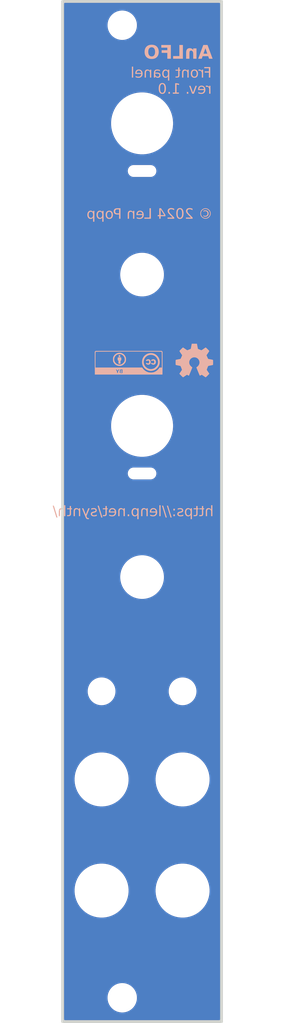
<source format=kicad_pcb>
(kicad_pcb (version 20240108) (generator "pcbnew") (generator_version "8.0")
  (title_block (title "Eurorack Panel - Dual LFO") (date "2024-05-05") (rev "1.0") (company "Len Popp") (comment 1 "https://lenp.net/synth/") (comment 2 "Copyright © 2024 Len Popp CC BY"))
  (layers (0 "F.Cu" signal) (31 "B.Cu" signal) (34 "B.Paste" user) (35 "F.Paste" user) (36 "B.SilkS" user "B.Silkscreen") (37 "F.SilkS" user "F.Silkscreen") (38 "B.Mask" user) (39 "F.Mask" user) (44 "Edge.Cuts" user))
  (property "MODULE" "AnLFO")
  (net 0 "")
  (footprint "-lmp-holes:MountingHole_Pot_Alpha" (layer "F.Cu") (at 130 65.36)
    (property "Reference" "REF**" (hide yes))
    (property "Value" "MountingHole_Pot_Alpha")
    (pad "" np_thru_hole circle (at 0 0) (size 7.3 7.3) (drill 7.3) (layers "*.Cu" "*.Mask"))
    (pad "" np_thru_hole oval (at 0 6) (size 3.1 1) (drill oval 3.1 1) (layers "F&B.Cu" "*.Mask"))
  )
  (footprint "-lmp-holes:MountingHole_Panel_3.2mm_M3" (layer "F.Cu") (at 127.5 53)
    (property "Reference" "REF**" (hide yes))
    (property "Value" "MountingHole_Panel_3.2mm_M3")
    (pad "" np_thru_hole circle (at 0 0) (size 3.2 3.2) (drill 3.2) (layers "*.Cu" "*.Mask"))
  )
  (footprint "-lmp-holes:MountingHole_Panel_3.2mm_M3" (layer "F.Cu") (at 127.5 175.5)
    (property "Reference" "REF**" (hide yes))
    (property "Value" "MountingHole_Panel_3.2mm_M3")
    (pad "" np_thru_hole circle (at 0 0) (size 3.2 3.2) (drill 3.2) (layers "*.Cu" "*.Mask"))
  )
  (footprint "-lmp-holes:MountingHole_Jack_3.5mm_PJ398" (layer "F.Cu") (at 124.9 148)
    (property "Reference" "REF**" (hide yes))
    (property "Value" "MountingHole_Jack_3.5mm_PJ398")
    (pad "" np_thru_hole circle (at 0 0) (size 6.3 6.3) (drill 6.3) (layers "*.Cu" "*.Mask"))
  )
  (footprint "-lmp-holes:MountingHole_Jack_3.5mm_PJ398" (layer "F.Cu") (at 135.1 148)
    (property "Reference" "REF**" (hide yes))
    (property "Value" "MountingHole_Jack_3.5mm_PJ398")
    (pad "" np_thru_hole circle (at 0 0) (size 6.3 6.3) (drill 6.3) (layers "*.Cu" "*.Mask"))
  )
  (footprint "-lmp-holes:MountingHole_Jack_3.5mm_PJ398" (layer "F.Cu") (at 135.1 162)
    (property "Reference" "REF**" (hide yes))
    (property "Value" "MountingHole_Jack_3.5mm_PJ398")
    (pad "" np_thru_hole circle (at 0 0) (size 6.3 6.3) (drill 6.3) (layers "*.Cu" "*.Mask"))
  )
  (footprint "-lmp-holes:MountingHole_SW_Toggle_5mm" (layer "F.Cu") (at 130 84.41)
    (property "Reference" "REF**" (hide yes))
    (property "Value" "MountingHole_SW_Toggle_5mm")
    (pad "" np_thru_hole circle (at 0 0) (size 5 5) (drill 5) (layers "*.Cu" "*.Mask"))
  )
  (footprint "-lmp-holes:MountingHole_LED_3mm" (layer "F.Cu") (at 135.1 136.9)
    (property "Reference" "REF**" (hide yes))
    (property "Value" "MountingHole_LED_3mm")
    (pad "" np_thru_hole circle (at 0 0) (size 3 3) (drill 3) (layers "F&B.Cu" "*.Mask"))
  )
  (footprint "-lmp-holes:MountingHole_Pot_Alpha" (layer "F.Cu") (at 130 103.46)
    (property "Reference" "REF**" (hide yes))
    (property "Value" "MountingHole_Pot_Alpha")
    (pad "" np_thru_hole circle (at 0 0) (size 7.3 7.3) (drill 7.3) (layers "*.Cu" "*.Mask"))
    (pad "" np_thru_hole oval (at 0 6) (size 3.1 1) (drill oval 3.1 1) (layers "F&B.Cu" "*.Mask"))
  )
  (footprint "-lmp-holes:MountingHole_LED_3mm" (layer "F.Cu") (at 124.9 136.9)
    (property "Reference" "REF**" (hide yes))
    (property "Value" "MountingHole_LED_3mm")
    (pad "" np_thru_hole circle (at 0 0) (size 3 3) (drill 3) (layers "F&B.Cu" "*.Mask"))
  )
  (footprint "-lmp-holes:MountingHole_Jack_3.5mm_PJ398" (layer "F.Cu") (at 124.9 162)
    (property "Reference" "REF**" (hide yes))
    (property "Value" "MountingHole_Jack_3.5mm_PJ398")
    (pad "" np_thru_hole circle (at 0 0) (size 6.3 6.3) (drill 6.3) (layers "*.Cu" "*.Mask"))
  )
  (footprint "-lmp-holes:MountingHole_SW_Toggle_5mm" (layer "F.Cu") (at 130 122.51)
    (property "Reference" "REF**" (hide yes))
    (property "Value" "MountingHole_SW_Toggle_5mm")
    (pad "" np_thru_hole circle (at 0 0) (size 5 5) (drill 5) (layers "*.Cu" "*.Mask"))
  )
  (footprint "-lmp-misc:Logo_OSHW" (layer "B.Cu") (at 136.574325 95.25 180)
    (property "Reference" "G3" (hide yes))
    (property "Value" "LOGO" (hide yes))
    (fp_poly (pts (xy 0.332309 2.043907) (xy 0.341381 1.998069) (xy 0.354628 1.929173) (xy 0.370495 1.845389) (xy 0.38743 1.75489) (xy 0.393386 1.722796) (xy 0.437401 1.485029) (xy 0.657063 1.393795) (xy 0.74497 1.357921) (xy 0.808749 1.333741) (xy 0.853195 1.319859) (xy 0.883107 1.31488) (xy 0.903282 1.317408) (xy 0.9098 1.320262) (xy 0.933551 1.334917) (xy 0.978298 1.364246) (xy 1.038939 1.404842) (xy 1.110374 1.453296) (xy 1.165969 1.491371) (xy 1.240949 1.542833) (xy 1.307718 1.588474) (xy 1.361493 1.625041) (xy 1.397494 1.649281) (xy 1.409956 1.657414) (xy 1.427811 1.652955) (xy 1.463227 1.627667) (xy 1.517172 1.58073) (xy 1.590613 1.511323) (xy 1.644039 1.458948) (xy 1.711608 1.391108) (xy 1.771268 1.329438) (xy 1.819306 1.277919) (xy 1.852008 1.240535) (xy 1.865664 1.221267) (xy 1.865677 1.221226) (xy 1.859691 1.197676) (xy 1.835212 1.150604) (xy 1.793183 1.081596) (xy 1.734543 0.992239) (xy 1.697471 0.937781) (xy 1.520815 0.68096) (xy 1.619383 0.452127) (xy 1.659348 0.362713) (xy 1.694168 0.291444) (xy 1.72197 0.241872) (xy 1.740879 0.217552) (xy 1.744007 0.215831) (xy 1.767564 0.210654) (xy 1.816769 0.200917) (xy 1.886021 0.187693) (xy 1.969721 0.172052) (xy 2.047875 0.157689) (xy 2.138232 0.140363) (xy 2.217638 0.123538) (xy 2.280838 0.108457) (xy 2.322577 0.096363) (xy 2.33735 0.089224) (xy 2.341052 0.068346) (xy 2.344296 0.021045) (xy 2.34688 -0.047351) (xy 2.348601 -0.131515) (xy 2.349256 -0.224274) (xy 2.34874 -0.336892) (xy 2.346841 -0.421041) (xy 2.343351 -0.479979) (xy 2.33806 -0.516966) (xy 2.330759 -0.535262) (xy 2.329202 -0.536832) (xy 2.307564 -0.54503) (xy 2.260103 -0.557343) (xy 2.192292 -0.572534) (xy 2.109605 -0.589367) (xy 2.031546 -0.604073) (xy 1.940736 -0.621377) (xy 1.860376 -0.638211) (xy 1.795872 -0.653319) (xy 1.752632 -0.665446) (xy 1.736595 -0.672515) (xy 1.722252 -0.695942) (xy 1.700812 -0.741547) (xy 1.674629 -0.803127) (xy 1.646056 -0.87448) (xy 1.617445 -0.949405) (xy 1.591149 -1.021699) (xy 1.569521 -1.085159) (xy 1.554912 -1.133585) (xy 1.549677 -1.160773) (xy 1.550241 -1.163788) (xy 1.562554 -1.182573) (xy 1.589739 -1.222789) (xy 1.628605 -1.279753) (xy 1.675959 -1.348785) (xy 1.717281 -1.408788) (xy 1.768237 -1.483332) (xy 1.812217 -1.548959) (xy 1.846284 -1.601179) (xy 1.867501 -1.635506) (xy 1.873249 -1.647126) (xy 1.862515 -1.661602) (xy 1.832595 -1.694758) (xy 1.786914 -1.742986) (xy 1.728898 -1.802678) (xy 1.661972 -1.870225) (xy 1.652489 -1.879701) (xy 1.570583 -1.960422) (xy 1.507752 -2.019804) (xy 1.461587 -2.059887) (xy 1.429677 -2.082708) (xy 1.409614 -2.090306) (xy 1.404428 -2.089563) (xy 1.382638 -2.077373) (xy 1.339761 -2.050325) (xy 1.280786 -2.011678) (xy 1.210703 -1.964685) (xy 1.15767 -1.928544) (xy 1.084231 -1.878624) (xy 1.019809 -1.835701) (xy 0.968968 -1.802746) (xy 0.936274 -1.782731) (xy 0.926456 -1.778) (xy 0.907758 -1.784814) (xy 0.868466 -1.802925) (xy 0.816075 -1.82883) (xy 0.799669 -1.837215) (xy 0.745513 -1.863547) (xy 0.702661 -1.881495) (xy 0.678317 -1.888138) (xy 0.675671 -1.887463) (xy 0.666195 -1.869527) (xy 0.646683 -1.826283) (xy 0.61885 -1.761921) (xy 0.584411 -1.680627) (xy 0.545081 -1.586591) (xy 0.502576 -1.484001) (xy 0.458609 -1.377043) (xy 0.414897 -1.269908) (xy 0.373154 -1.166782) (xy 0.335095 -1.071855) (xy 0.302436 -0.989313) (xy 0.276891 -0.923346) (xy 0.260175 -0.878141) (xy 0.254004 -0.857887) (xy 0.254 -0.857727) (xy 0.267057 -0.831175) (xy 0.291181 -0.813655) (xy 0.320082 -0.795098) (xy 0.363545 -0.760996) (xy 0.413339 -0.717903) (xy 0.425838 -0.706469) (xy 0.521321 -0.598253) (xy 0.589436 -0.478327) (xy 0.630082 -0.350658) (xy 0.64316 -0.219214) (xy 0.628567 -0.087962) (xy 0.586205 0.039131) (xy 0.515973 0.158097) (xy 0.449685 0.234902) (xy 0.34119 0.322392) (xy 0.220313 0.382989) (xy 0.091552 0.416695) (xy -0.040598 0.423509) (xy -0.171639 0.403432) (xy -0.297073 0.356462) (xy -0.412405 0.282601) (xy -0.465561 0.234902) (xy -0.555494 0.124047) (xy -0.617486 0.002268) (xy -0.651637 -0.126466) (xy -0.658048 -0.258188) (xy -0.636819 -0.38893) (xy -0.588051 -0.514725) (xy -0.511844 -0.631606) (xy -0.441714 -0.706469) (xy -0.391624 -0.750788) (xy -0.345801 -0.787757) (xy -0.31248 -0.810824) (xy -0.307057 -0.813655) (xy -0.278822 -0.836047) (xy -0.269875 -0.857727) (xy -0.275742 -0.877259) (xy -0.292199 -0.921853) (xy -0.317531 -0.987321) (xy -0.350023 -1.069475) (xy -0.38796 -1.164127) (xy -0.429627 -1.267088) (xy -0.473309 -1.374171) (xy -0.517291 -1.481187) (xy -0.559858 -1.583949) (xy -0.599294 -1.678267) (xy -0.633886 -1.759955) (xy -0.661917 -1.824823) (xy -0.681673 -1.868683) (xy -0.691439 -1.887349) (xy -0.691547 -1.887463) (xy -0.708781 -1.884865) (xy -0.74673 -1.87007) (xy -0.79819 -1.845995) (xy -0.815545 -1.837215) (xy -0.87027 -1.809724) (xy -0.914006 -1.789018) (xy -0.939274 -1.778598) (xy -0.942068 -1.778) (xy -0.958281 -1.786545) (xy -0.99619 -1.81026) (xy -1.051371 -1.846265) (xy -1.119398 -1.891677) (xy -1.185816 -1.93675) (xy -1.261905 -1.988112) (xy -1.329536 -2.03255) (xy -1.38415 -2.067164) (xy -1.42119 -2.089057) (xy -1.43553 -2.0955) (xy -1.45167 -2.084739) (xy -1.486309 -2.054764) (xy -1.535721 -2.00903) (xy -1.59618 -1.950995) (xy -1.663958 -1.884116) (xy -1.671057 -1.877013) (xy -1.738416 -1.808944) (xy -1.797325 -1.748305) (xy -1.844348 -1.698724) (xy -1.87605 -1.66383) (xy -1.888994 -1.647251) (xy -1.889125 -1.646708) (xy -1.880529 -1.630386) (xy -1.856698 -1.592506) (xy -1.820567 -1.537547) (xy -1.775072 -1.469987) (xy -1.733157 -1.408788) (xy -1.681353 -1.333531) (xy -1.635515 -1.266643) (xy -1.598836 -1.212805) (xy -1.574507 -1.176699) (xy -1.566117 -1.163788) (xy -1.568212 -1.143868) (xy -1.580361 -1.100924) (xy -1.600208 -1.04116) (xy -1.625402 -0.970779) (xy -1.653588 -0.895982) (xy -1.682414 -0.822973) (xy -1.709526 -0.757956) (xy -1.732571 -0.707131) (xy -1.749196 -0.676703) (xy -1.752471 -0.672589) (xy -1.773188 -0.664012) (xy -1.819798 -0.651325) (xy -1.886901 -0.635788) (xy -1.969098 -0.618661) (xy -2.047875 -0.603599) (xy -2.138935 -0.586192) (xy -2.219747 -0.56945) (xy -2.28486 -0.554608) (xy -2.328819 -0.542897) (xy -2.345532 -0.536285) (xy -2.353122 -0.52039) (xy -2.35869 -0.484937) (xy -2.362422 -0.426925) (xy -2.364508 -0.343353) (xy -2.365136 -0.23122) (xy -2.365132 -0.224274) (xy -2.364454 -0.129816) (xy -2.362715 -0.045899) (xy -2.360116 0.022149) (xy -2.356862 0.069001) (xy -2.353226 0.089224) (xy -2.334501 0.097698) (xy -2.28973 0.110242) (xy -2.224168 0.125615) (xy -2.143071 0.142573) (xy -2.06375 0.157689) (xy -1.972185 0.174539) (xy -1.890317 0.189882) (xy -1.823748 0.202646) (xy -1.778075 0.211759) (xy -1.759883 0.215831) (xy -1.743498 0.23326) (xy -1.717751 0.276831) (xy -1.684515 0.342991) (xy -1.645665 0.428188) (xy -1.635259 0.452127) (xy -1.536691 0.68096) (xy -1.713347 0.937781) (xy -1.780321 1.037176) (xy -1.831178 1.117053) (xy -1.864977 1.175825) (xy -1.880778 1.211907) (xy -1.881553 1.221226) (xy -1.867997 1.240398) (xy -1.835375 1.277706) (xy -1.787401 1.329167) (xy -1.727787 1.390799) (xy -1.660247 1.458619) (xy -1.659915 1.458948) (xy -1.573506 1.542945) (xy -1.507347 1.603693) (xy -1.460731 1.641791) (xy -1.432952 1.657841) (xy -1.425832 1.657743) (xy -1.406307 1.644973) (xy -1.365455 1.617396) (xy -1.30806 1.57827) (xy -1.238906 1.530853) (xy -1.182688 1.492145) (xy -1.106717 1.440046) (xy -1.037755 1.393314) (xy -0.980931 1.355382) (xy -0.941376 1.329681) (xy -0.92652 1.320706) (xy -0.909039 1.315224) (xy -0.884577 1.316423) (xy -0.848256 1.32571) (xy -0.7952 1.344489) (xy -0.720531 1.374168) (xy -0.672939 1.393795) (xy -0.453277 1.485029) (xy -0.409262 1.722796) (xy -0.392321 1.813715) (xy -0.375898 1.900809) (xy -0.361547 1.975906) (xy -0.35082 2.030837) (xy -0.348185 2.043907) (xy -0.331124 2.12725) (xy 0.315248 2.12725) (xy 0.332309 2.043907)) (stroke (width 0.01)) (fill solid) (layer "B.SilkS"))
  )
  (footprint "-lmp-misc:Logo_CC_BY" (layer "B.Cu") (at 128.319325 95.504 180)
    (property "Reference" "G1" (hide yes))
    (property "Value" "LOGO" (hide yes))
    (fp_poly (pts (xy 1.198591 0.946718) (xy 1.24453 0.917911) (xy 1.27384 0.871061) (xy 1.277828 0.813909) (xy 1.259491 0.769726) (xy 1.210366 0.728824) (xy 1.146002 0.723246) (xy 1.095375 0.742529) (xy 1.066734 0.780694) (xy 1.059449 0.837345) (xy 1.073909 0.894193) (xy 1.091595 0.919238) (xy 1.144715 0.94974) (xy 1.198591 0.946718)) (stroke (width 0.01)) (fill solid) (layer "B.SilkS"))
    (fp_poly (pts (xy 1.007728 -1.10891) (xy 1.049387 -1.134554) (xy 1.058333 -1.165687) (xy 1.039922 -1.20516) (xy 0.995527 -1.235496) (xy 0.941409 -1.250332) (xy 0.893826 -1.243305) (xy 0.881944 -1.234722) (xy 0.871604 -1.205116) (xy 0.867833 -1.160639) (xy 0.873749 -1.117666) (xy 0.900438 -1.102183) (xy 0.929602 -1.100667) (xy 1.007728 -1.10891)) (stroke (width 0.01)) (fill solid) (layer "B.SilkS"))
    (fp_poly (pts (xy 1.008624 -0.933911) (xy 1.031746 -0.945922) (xy 1.03403 -0.973783) (xy 1.033347 -0.978959) (xy 1.019822 -1.01226) (xy 0.983682 -1.028491) (xy 0.947208 -1.033153) (xy 0.895209 -1.034637) (xy 0.872834 -1.022459) (xy 0.867847 -0.98928) (xy 0.867833 -0.985528) (xy 0.872155 -0.95086) (xy 0.893029 -0.935299) (xy 0.942319 -0.931379) (xy 0.953972 -0.931334) (xy 1.008624 -0.933911)) (stroke (width 0.01)) (fill solid) (layer "B.SilkS"))
    (fp_poly (pts (xy 1.265371 0.674893) (xy 1.332164 0.667029) (xy 1.368521 0.652922) (xy 1.374168 0.64759) (xy 1.387404 0.607674) (xy 1.393405 0.532293) (xy 1.392634 0.451798) (xy 1.388574 0.368274) (xy 1.382243 0.318048) (xy 1.370829 0.292085) (xy 1.351516 0.281354) (xy 1.338791 0.278986) (xy 1.316623 0.273497) (xy 1.302673 0.259195) (xy 1.295045 0.227858) (xy 1.291842 0.171267) (xy 1.291168 0.081201) (xy 1.291166 0.072611) (xy 1.291166 -0.127) (xy 1.037166 -0.127) (xy 1.037166 0.072611) (xy 1.036608 0.165606) (xy 1.033668 0.224491) (xy 1.02645 0.257486) (xy 1.013056 0.272812) (xy 0.991591 0.278688) (xy 0.989541 0.278986) (xy 0.964679 0.286104) (xy 0.949697 0.304969) (xy 0.941426 0.345002) (xy 0.936694 0.415619) (xy 0.935704 0.438879) (xy 0.933742 0.541942) (xy 0.942403 0.610052) (xy 0.96854 0.650424) (xy 1.01901 0.670269) (xy 1.100668 0.676801) (xy 1.162319 0.677333) (xy 1.265371 0.674893)) (stroke (width 0.01)) (fill solid) (layer "B.SilkS"))
    (fp_poly (pts (xy -3.02103 0.424598) (xy -2.91672 0.387702) (xy -2.880305 0.364287) (xy -2.831233 0.316441) (xy -2.82357 0.27634) (xy -2.857298 0.243) (xy -2.878228 0.233015) (xy -2.927801 0.217368) (xy -2.96114 0.224786) (xy -2.981416 0.240625) (xy -3.034554 0.267504) (xy -3.099006 0.273562) (xy -3.155714 0.258594) (xy -3.175583 0.242714) (xy -3.193774 0.202761) (xy -3.208244 0.139832) (xy -3.212007 0.110423) (xy -3.207041 0.017637) (xy -3.176589 -0.051636) (xy -3.126708 -0.092927) (xy -3.063452 -0.101769) (xy -2.992878 -0.073694) (xy -2.977533 -0.062563) (xy -2.937359 -0.035025) (xy -2.905035 -0.032112) (xy -2.858844 -0.052225) (xy -2.856122 -0.053629) (xy -2.789721 -0.087967) (xy -2.839486 -0.141245) (xy -2.933756 -0.213414) (xy -3.043435 -0.250287) (xy -3.158803 -0.250035) (xy -3.254244 -0.219188) (xy -3.333304 -0.158345) (xy -3.387757 -0.072069) (xy -3.416357 0.029772) (xy -3.417861 0.13731) (xy -3.391023 0.240675) (xy -3.334599 0.329998) (xy -3.324795 0.340295) (xy -3.236756 0.400263) (xy -3.131605 0.428574) (xy -3.02103 0.424598)) (stroke (width 0.01)) (fill solid) (layer "B.SilkS"))
    (fp_poly (pts (xy -2.39168 0.425061) (xy -2.365422 0.419864) (xy -2.306453 0.398275) (xy -2.24476 0.363217) (xy -2.192613 0.323291) (xy -2.162283 0.287101) (xy -2.159 0.275127) (xy -2.176157 0.258362) (xy -2.218635 0.2336) (xy -2.231009 0.227502) (xy -2.279889 0.206692) (xy -2.308737 0.20668) (xy -2.334969 0.228531) (xy -2.340123 0.234165) (xy -2.393198 0.266129) (xy -2.45973 0.274255) (xy -2.512218 0.258537) (xy -2.546037 0.216053) (xy -2.568158 0.147925) (xy -2.574311 0.070185) (xy -2.570997 0.037874) (xy -2.542321 -0.039667) (xy -2.492697 -0.087999) (xy -2.430625 -0.10356) (xy -2.364608 -0.082791) (xy -2.335818 -0.060589) (xy -2.297118 -0.030981) (xy -2.260723 -0.028782) (xy -2.223329 -0.04199) (xy -2.176133 -0.065406) (xy -2.163143 -0.089267) (xy -2.183198 -0.124379) (xy -2.211106 -0.155875) (xy -2.296435 -0.218831) (xy -2.399927 -0.251253) (xy -2.508693 -0.251377) (xy -2.609839 -0.217439) (xy -2.619569 -0.211781) (xy -2.700833 -0.14597) (xy -2.749326 -0.06404) (xy -2.768556 0.041501) (xy -2.76827 0.105949) (xy -2.745638 0.232547) (xy -2.693649 0.330106) (xy -2.615317 0.396277) (xy -2.513656 0.428712) (xy -2.39168 0.425061)) (stroke (width 0.01)) (fill solid) (layer "B.SilkS"))
    (fp_poly (pts (xy -2.563057 1.182731) (xy -2.361828 1.123237) (xy -2.176836 1.028043) (xy -2.012387 0.898954) (xy -1.872787 0.737776) (xy -1.851627 0.706999) (xy -1.760969 0.533924) (xy -1.702324 0.341508) (xy -1.676332 0.138827) (xy -1.683633 -0.065038) (xy -1.724866 -0.261008) (xy -1.774419 -0.38896) (xy -1.88282 -0.569588) (xy -2.02332 -0.726553) (xy -2.190308 -0.855437) (xy -2.378175 -0.951818) (xy -2.558393 -1.006682) (xy -2.661676 -1.025313) (xy -2.752778 -1.032549) (xy -2.849774 -1.028779) (xy -2.963334 -1.015429) (xy -3.161479 -0.968309) (xy -3.342295 -0.883698) (xy -3.50892 -0.760016) (xy -3.553297 -0.718328) (xy -3.700506 -0.54945) (xy -3.806929 -0.371404) (xy -3.873687 -0.181037) (xy -3.901084 0.018874) (xy -3.687783 0.018874) (xy -3.657491 -0.157882) (xy -3.6048 -0.296334) (xy -3.539895 -0.400636) (xy -3.448266 -0.509609) (xy -3.342045 -0.611122) (xy -3.233365 -0.693046) (xy -3.174437 -0.726586) (xy -3.01123 -0.784497) (xy -2.833345 -0.810389) (xy -2.655039 -0.803099) (xy -2.54 -0.778349) (xy -2.383548 -0.714064) (xy -2.23681 -0.620867) (xy -2.110085 -0.506773) (xy -2.013669 -0.379796) (xy -2.002272 -0.359795) (xy -1.926639 -0.181924) (xy -1.889736 -0.003553) (xy -1.888625 0.171489) (xy -1.920364 0.339374) (xy -1.982014 0.496271) (xy -2.070635 0.638352) (xy -2.183288 0.761788) (xy -2.317032 0.862749) (xy -2.468928 0.937407) (xy -2.636035 0.981932) (xy -2.815414 0.992496) (xy -3.004125 0.965269) (xy -3.017095 0.961982) (xy -3.18983 0.896576) (xy -3.341128 0.799061) (xy -3.468467 0.674837) (xy -3.569325 0.529307) (xy -3.641178 0.367869) (xy -3.681505 0.195924) (xy -3.687783 0.018874) (xy -3.901084 0.018874) (xy -3.901897 0.024804) (xy -3.89365 0.240822) (xy -3.851504 0.433215) (xy -3.772288 0.615301) (xy -3.660959 0.781846) (xy -3.522476 0.927617) (xy -3.361796 1.047378) (xy -3.183877 1.135898) (xy -2.996996 1.187388) (xy -2.776215 1.204716) (xy -2.563057 1.182731)) (stroke (width 0.01)) (fill solid) (layer "B.SilkS"))
    (fp_poly (pts (xy 1.377307 1.219627) (xy 1.537281 1.160105) (xy 1.682469 1.068615) (xy 1.807111 0.946685) (xy 1.905443 0.795844) (xy 1.909413 0.787882) (xy 1.940321 0.722465) (xy 1.960425 0.668687) (xy 1.972035 0.614111) (xy 1.977464 0.5463) (xy 1.979023 0.452817) (xy 1.979083 0.413084) (xy 1.977975 0.304751) (xy 1.973402 0.226714) (xy 1.963487 0.166965) (xy 1.946354 0.113498) (xy 1.924445 0.06345) (xy 1.831411 -0.086953) (xy 1.708237 -0.212584) (xy 1.561218 -0.310224) (xy 1.396648 -0.376655) (xy 1.220825 -0.408659) (xy 1.040042 -0.403016) (xy 1.018548 -0.399695) (xy 0.861591 -0.353137) (xy 0.711567 -0.270809) (xy 0.576827 -0.159249) (xy 0.465722 -0.024998) (xy 0.405977 0.080051) (xy 0.378882 0.143162) (xy 0.361991 0.200848) (xy 0.352996 0.266663) (xy 0.349584 0.354157) (xy 0.349386 0.38893) (xy 0.500593 0.38893) (xy 0.510606 0.302508) (xy 0.536592 0.193771) (xy 0.574165 0.106276) (xy 0.63213 0.022779) (xy 0.683322 -0.035796) (xy 0.81069 -0.145244) (xy 0.953839 -0.216764) (xy 1.108269 -0.249085) (xy 1.269476 -0.24094) (xy 1.34649 -0.222717) (xy 1.49922 -0.157615) (xy 1.625396 -0.064388) (xy 1.723417 0.051265) (xy 1.791679 0.183645) (xy 1.828583 0.327053) (xy 1.832525 0.475789) (xy 1.801903 0.624155) (xy 1.735117 0.766451) (xy 1.654299 0.872386) (xy 1.547984 0.968323) (xy 1.43207 1.031456) (xy 1.296278 1.066311) (xy 1.191868 1.075973) (xy 1.097105 1.078188) (xy 1.028028 1.072995) (xy 0.96827 1.05784) (xy 0.902986 1.030864) (xy 0.760552 0.944352) (xy 0.645883 0.830942) (xy 0.562193 0.696593) (xy 0.512692 0.547269) (xy 0.500593 0.38893) (xy 0.349386 0.38893) (xy 0.34925 0.41275) (xy 0.350641 0.516588) (xy 0.356385 0.591778) (xy 0.368837 0.651959) (xy 0.39035 0.710769) (xy 0.407119 0.747943) (xy 0.489615 0.895944) (xy 0.586193 1.012456) (xy 0.704778 1.107466) (xy 0.866283 1.1911) (xy 1.036047 1.236653) (xy 1.208308 1.245652) (xy 1.377307 1.219627)) (stroke (width 0.01)) (fill solid) (layer "B.SilkS"))
    (fp_poly (pts (xy 4.22386 1.429564) (xy 4.275963 1.377461) (xy 4.270523 -0.057395) (xy 4.265083 -1.49225) (xy 0.019454 -1.497593) (xy -0.401443 -1.498054) (xy -0.811056 -1.498365) (xy -1.207377 -1.498531) (xy -1.588395 -1.498556) (xy -1.952102 -1.498445) (xy -2.296486 -1.498202) (xy -2.619538 -1.49783) (xy -2.919248 -1.497335) (xy -3.193607 -1.496719) (xy -3.440605 -1.495988) (xy -3.658231 -1.495145) (xy -3.844477 -1.494195) (xy -3.997332 -1.493142) (xy -4.114786 -1.491989) (xy -4.19483 -1.490742) (xy -4.235454 -1.489404) (xy -4.240338 -1.488774) (xy -4.242738 -1.465738) (xy -4.24501 -1.403866) (xy -4.24712 -1.306657) (xy -4.249033 -1.17761) (xy -4.250715 -1.020222) (xy -4.252132 -0.837992) (xy -4.253248 -0.634417) (xy -4.25403 -0.412996) (xy -4.254443 -0.177227) (xy -4.2545 -0.048427) (xy -4.2545 0.366183) (xy -4.169834 0.366183) (xy -4.169834 -0.613834) (xy -4.026959 -0.614379) (xy -3.884084 -0.614925) (xy -3.812144 -0.720966) (xy -3.692651 -0.864995) (xy -3.542152 -0.996181) (xy -3.371665 -1.106777) (xy -3.192209 -1.189035) (xy -3.108881 -1.21544) (xy -2.997957 -1.235421) (xy -2.862492 -1.245246) (xy -2.719048 -1.244881) (xy -2.584188 -1.234297) (xy -2.486239 -1.216626) (xy -2.272603 -1.14063) (xy -2.076159 -1.027636) (xy -1.902364 -0.881322) (xy -1.872569 -0.846667) (xy 0.783166 -0.846667) (xy 0.783166 -1.312334) (xy 0.917895 -1.312334) (xy 1.004895 -1.308401) (xy 1.064225 -1.294438) (xy 1.108395 -1.268464) (xy 1.153631 -1.212561) (xy 1.16015 -1.151895) (xy 1.127249 -1.095152) (xy 1.122761 -1.090924) (xy 1.095408 -1.06005) (xy 1.100119 -1.036022) (xy 1.112178 -1.022631) (xy 1.140542 -0.973664) (xy 1.127789 -0.922153) (xy 1.100666 -0.889) (xy 1.066252 -0.864363) (xy 1.017466 -0.851272) (xy 0.941826 -0.846789) (xy 0.92075 -0.846667) (xy 1.185789 -0.846667) (xy 1.270228 -0.984623) (xy 1.319 -1.071602) (xy 1.345387 -1.140404) (xy 1.354475 -1.205058) (xy 1.354666 -1.217456) (xy 1.35688 -1.276088) (xy 1.367744 -1.303811) (xy 1.393598 -1.311987) (xy 1.407583 -1.312334) (xy 1.440934 -1.308067) (xy 1.456279 -1.287521) (xy 1.460461 -1.23908) (xy 1.460563 -1.222375) (xy 1.468744 -1.154833) (xy 1.496329 -1.080912) (xy 1.543713 -0.994834) (xy 1.585033 -0.925149) (xy 1.606079 -0.883515) (xy 1.608913 -0.86202) (xy 1.595597 -0.852753) (xy 1.581496 -0.849898) (xy 1.555171 -0.849042) (xy 1.530909 -0.860656) (xy 1.501095 -0.89146) (xy 1.45812 -0.948175) (xy 1.437195 -0.977303) (xy 1.403307 -1.024763) (xy 1.352528 -0.935878) (xy 1.314063 -0.878532) (xy 1.2778 -0.852038) (xy 1.243769 -0.84683) (xy 1.185789 -0.846667) (xy 0.92075 -0.846667) (xy 0.783166 -0.846667) (xy -1.872569 -0.846667) (xy -1.783802 -0.743422) (xy -1.68774 -0.613834) (xy 4.191 -0.613834) (xy 4.191 0.366183) (xy 4.190708 0.611968) (xy 4.18979 0.818065) (xy 4.188178 0.987114) (xy 4.185805 1.121755) (xy 4.182605 1.224631) (xy 4.178511 1.298382) (xy 4.173457 1.345649) (xy 4.167375 1.369072) (xy 4.165599 1.3716) (xy 4.141594 1.374757) (xy 4.07774 1.377723) (xy 3.97652 1.380499) (xy 3.840418 1.383084) (xy 3.671917 1.385478) (xy 3.473502 1.387681) (xy 3.247656 1.389693) (xy 2.996862 1.391514) (xy 2.723604 1.393145) (xy 2.430367 1.394585) (xy 2.119632 1.395834) (xy 1.793885 1.396892) (xy 1.455608 1.397759) (xy 1.107285 1.398435) (xy 0.751401 1.398921) (xy 0.390438 1.399216) (xy 0.02688 1.39932) (xy -0.336789 1.399233) (xy -0.698086 1.398955) (xy -1.054526 1.398487) (xy -1.403627 1.397827) (xy -1.742905 1.396977) (xy -2.069875 1.395936) (xy -2.382055 1.394704) (xy -2.676961 1.393282) (xy -2.952109 1.391668) (xy -3.205015 1.389864) (xy -3.433196 1.387869) (xy -3.634169 1.385683) (xy -3.805449 1.383306) (xy -3.944553 1.380738) (xy -4.048998 1.37798) (xy -4.116299 1.37503) (xy -4.143973 1.37189) (xy -4.144434 1.3716) (xy -4.150797 1.353998) (xy -4.156114 1.313246) (xy -4.160454 1.246703) (xy -4.163882 1.151728) (xy -4.166465 1.025681) (xy -4.168271 0.865919) (xy -4.169365 0.669804) (xy -4.169814 0.434693) (xy -4.169834 0.366183) (xy -4.2545 0.366183) (xy -4.2545 1.377757) (xy -4.202546 1.429712) (xy -4.150591 1.481666) (xy 4.171757 1.481666) (xy 4.22386 1.429564)) (stroke (width 0.01)) (fill solid) (layer "B.SilkS"))
  )
  (gr_line (start 140 178.5) (end 120 178.5) (stroke (width 0.3556)) (layer "Edge.Cuts"))
  (gr_line (start 120 178.5) (end 120 50) (stroke (width 0.3556)) (layer "Edge.Cuts"))
  (gr_line (start 140 50) (end 140 178.5) (stroke (width 0.3556)) (layer "Edge.Cuts"))
  (gr_line (start 120 50) (end 140 50) (stroke (width 0.3556)) (layer "Edge.Cuts"))
  (gr_text "Front panel" (at 138.768 59.055 0) (layer "B.SilkS") (effects (font (size 1.3 1.3)) (justify left mirror)))
  (gr_text "rev. ${REVISION}" (at 138.777275 61.087 0) (layer "B.SilkS") (effects (font (size 1.3 1.3)) (justify left mirror)))
  (gr_text "https://lenp.net/synth/" (at 139.022 114.3 0) (layer "B.SilkS") (effects (font (size 1.3 1.3) (thickness 0.1524)) (justify left mirror)))
  (gr_text "© 2024 Len Popp" (at 138.895 76.835 0) (layer "B.SilkS") (effects (font (size 1.3 1.3)) (justify left mirror)))
  (gr_text "${MODULE}" (at 138.895 56.515 0) (layer "B.SilkS") (effects (font (size 1.7 1.7) (thickness 0.34) (bold yes)) (justify left mirror)))
  (zone (net 0) (net_name "") (layers "F&B.Cu") (connect_pads (clearance 0.2032)) (min_thickness 0.2032) (fill yes (thermal_gap 0.508) (thermal_bridge_width 0.508))
    (polygon (pts (xy 140.1 178.6) (xy 119.9 178.6) (xy 119.9 49.9) (xy 140.1 49.9)))
  )
)
</source>
